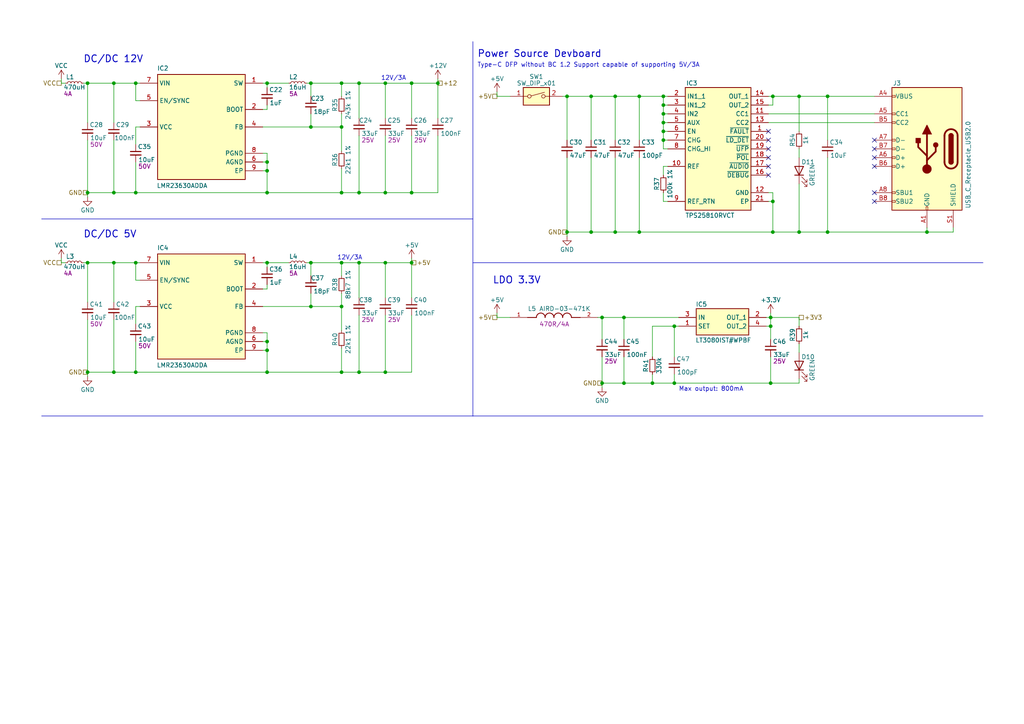
<source format=kicad_sch>
(kicad_sch (version 20230121) (generator eeschema)
  (paper "A4")
  (title_block (title "Converters") (date "2024-01-18") (rev "v0.1"))
  (lib_symbols
    (symbol "+5V_1" (power) (pin_names (offset 0))
      (property "Value" "+5V_1" (at 0 3.556 0))
      (symbol "+5V_1_0_1"
        (polyline (pts (xy -0.762 1.27) (xy 0 2.54)))
        (polyline (pts (xy 0 0) (xy 0 2.54)))
        (polyline (pts (xy 0 2.54) (xy 0.762 1.27)))
      )
      (symbol "+5V_1_1_1"
        (pin power_in line (at 0 0 90) (length 0) hide (name "+5V") (number "1"))
      )
    )
    (symbol "AIRD-03-471K:AIRD-03-471K" (pin_names (offset 1.016))
      (property "Reference" "L" (at -10.16 7.62 0))
      (property "Value" "AIRD-03-471K" (at -10.16 5.08 0))
      (symbol "AIRD-03-471K_0_0"
        (arc (start -2.54 0) (mid -3.81 1.2645) (end -5.08 0) (stroke (width 0.254)))
        (arc (start 0 0) (mid -1.27 1.2645) (end -2.54 0) (stroke (width 0.254)))
        (polyline (pts (xy -5.08 0) (xy -7.62 0)) (stroke (width 0.254)))
        (polyline (pts (xy 5.08 0) (xy 7.62 0)) (stroke (width 0.254)))
        (arc (start 2.54 0) (mid 1.27 1.2645) (end 0 0) (stroke (width 0.254)))
        (arc (start 5.08 0) (mid 3.81 1.2645) (end 2.54 0) (stroke (width 0.254)))
        (pin passive line (at -12.7 0 0) (length 5.08) (name "~") (number "1"))
        (pin passive line (at 12.7 0 180) (length 5.08) (name "~") (number "2"))
      )
    )
    (symbol "Connector:USB_C_Receptacle_USB2.0" (pin_names (offset 1.016))
      (property "Reference" "J" (at -10.16 19.05 0))
      (property "Value" "USB_C_Receptacle_USB2.0" (at 19.05 19.05 0))
      (symbol "USB_C_Receptacle_USB2.0_0_0"
        (rectangle (start -0.254 -17.78) (end 0.254 -16.764))
        (rectangle (start 10.16 -14.986) (end 9.144 -15.494))
        (rectangle (start 10.16 -12.446) (end 9.144 -12.954))
        (rectangle (start 10.16 -4.826) (end 9.144 -5.334))
        (rectangle (start 10.16 -2.286) (end 9.144 -2.794))
        (rectangle (start 10.16 0.254) (end 9.144 -0.254))
        (rectangle (start 10.16 2.794) (end 9.144 2.286))
        (rectangle (start 10.16 7.874) (end 9.144 7.366))
        (rectangle (start 10.16 10.414) (end 9.144 9.906))
        (rectangle (start 10.16 15.494) (end 9.144 14.986))
      )
      (symbol "USB_C_Receptacle_USB2.0_0_1"
        (rectangle (start -10.16 17.78) (end 10.16 -17.78) (stroke (width 0.254)) (fill (type background)))
        (arc (start -8.89 -3.81) (mid -6.985 -5.7067) (end -5.08 -3.81) (stroke (width 0.508)))
        (arc (start -7.62 -3.81) (mid -6.985 -4.4423) (end -6.35 -3.81) (stroke (width 0.254)))
        (arc (start -7.62 -3.81) (mid -6.985 -4.4423) (end -6.35 -3.81) (stroke (width 0.254)) (fill (type outline)))
        (rectangle (start -7.62 -3.81) (end -6.35 3.81) (stroke (width 0.254)) (fill (type outline)))
        (arc (start -6.35 3.81) (mid -6.985 4.4423) (end -7.62 3.81) (stroke (width 0.254)))
        (arc (start -6.35 3.81) (mid -6.985 4.4423) (end -7.62 3.81) (stroke (width 0.254)) (fill (type outline)))
        (arc (start -5.08 3.81) (mid -6.985 5.7067) (end -8.89 3.81) (stroke (width 0.508)))
        (circle (center -2.54 1.143) (radius 0.635) (stroke (width 0.254)) (fill (type outline)))
        (circle (center 0 -5.842) (radius 1.27) (fill (type outline)))
        (polyline (pts (xy -8.89 -3.81) (xy -8.89 3.81)) (stroke (width 0.508)))
        (polyline (pts (xy -5.08 3.81) (xy -5.08 -3.81)) (stroke (width 0.508)))
        (polyline (pts (xy 0 -5.842) (xy 0 4.318)) (stroke (width 0.508)))
        (polyline (pts (xy 0 -3.302) (xy -2.54 -0.762) (xy -2.54 0.508)) (stroke (width 0.508)))
        (polyline (pts (xy 0 -2.032) (xy 2.54 0.508) (xy 2.54 1.778)) (stroke (width 0.508)))
        (polyline (pts (xy -1.27 4.318) (xy 0 6.858) (xy 1.27 4.318) (xy -1.27 4.318)) (stroke (width 0.254)) (fill (type outline)))
        (rectangle (start 1.905 1.778) (end 3.175 3.048) (stroke (width 0.254)) (fill (type outline)))
      )
      (symbol "USB_C_Receptacle_USB2.0_1_1"
        (pin passive line (at 0 -22.86 90) (length 5.08) (name "GND") (number "A1"))
        (pin passive line (at 0 -22.86 90) (length 5.08) hide (name "GND") (number "A12"))
        (pin passive line (at 15.24 15.24 180) (length 5.08) (name "VBUS") (number "A4"))
        (pin bidirectional line (at 15.24 10.16 180) (length 5.08) (name "CC1") (number "A5"))
        (pin bidirectional line (at 15.24 -2.54 180) (length 5.08) (name "D+") (number "A6"))
        (pin bidirectional line (at 15.24 2.54 180) (length 5.08) (name "D-") (number "A7"))
        (pin bidirectional line (at 15.24 -12.7 180) (length 5.08) (name "SBU1") (number "A8"))
        (pin passive line (at 15.24 15.24 180) (length 5.08) hide (name "VBUS") (number "A9"))
        (pin passive line (at 0 -22.86 90) (length 5.08) hide (name "GND") (number "B1"))
        (pin passive line (at 0 -22.86 90) (length 5.08) hide (name "GND") (number "B12"))
        (pin passive line (at 15.24 15.24 180) (length 5.08) hide (name "VBUS") (number "B4"))
        (pin bidirectional line (at 15.24 7.62 180) (length 5.08) (name "CC2") (number "B5"))
        (pin bidirectional line (at 15.24 -5.08 180) (length 5.08) (name "D+") (number "B6"))
        (pin bidirectional line (at 15.24 0 180) (length 5.08) (name "D-") (number "B7"))
        (pin bidirectional line (at 15.24 -15.24 180) (length 5.08) (name "SBU2") (number "B8"))
        (pin passive line (at 15.24 15.24 180) (length 5.08) hide (name "VBUS") (number "B9"))
        (pin passive line (at -7.62 -22.86 90) (length 5.08) (name "SHIELD") (number "S1"))
      )
    )
    (symbol "Device:C_Small" (pin_numbers hide) (pin_names (offset 0.254) hide)
      (property "Reference" "C" (at 0.254 1.778 0))
      (property "Value" "C_Small" (at 0.254 -2.032 0))
      (symbol "C_Small_0_1"
        (polyline (pts (xy -1.524 -0.508) (xy 1.524 -0.508)) (stroke (width 0.3302)))
        (polyline (pts (xy -1.524 0.508) (xy 1.524 0.508)) (stroke (width 0.3048)))
      )
      (symbol "C_Small_1_1"
        (pin passive line (at 0 2.54 270) (length 2.032) (name "~") (number "1"))
        (pin passive line (at 0 -2.54 90) (length 2.032) (name "~") (number "2"))
      )
    )
    (symbol "Device:LED" (pin_numbers hide) (pin_names (offset 1.016) hide)
      (property "Reference" "D" (at 0 2.54 0))
      (property "Value" "LED" (at 0 -2.54 0))
      (symbol "LED_0_1"
        (polyline (pts (xy -1.27 -1.27) (xy -1.27 1.27)) (stroke (width 0.254)))
        (polyline (pts (xy -1.27 0) (xy 1.27 0)))
        (polyline (pts (xy 1.27 -1.27) (xy 1.27 1.27) (xy -1.27 0) (xy 1.27 -1.27)) (stroke (width 0.254)))
        (polyline (pts (xy -3.048 -0.762) (xy -4.572 -2.286) (xy -3.81 -2.286) (xy -4.572 -2.286) (xy -4.572 -1.524)))
        (polyline (pts (xy -1.778 -0.762) (xy -3.302 -2.286) (xy -2.54 -2.286) (xy -3.302 -2.286) (xy -3.302 -1.524)))
      )
      (symbol "LED_1_1"
        (pin passive line (at -3.81 0 0) (length 2.54) (name "K") (number "1"))
        (pin passive line (at 3.81 0 180) (length 2.54) (name "A") (number "2"))
      )
    )
    (symbol "Device:L_Small" (pin_numbers hide) (pin_names (offset 0.254) hide)
      (property "Reference" "L" (at 0.762 1.016 0))
      (property "Value" "L_Small" (at 0.762 -1.016 0))
      (symbol "L_Small_0_1"
        (arc (start 0 -2.032) (mid 0.5058 -1.524) (end 0 -1.016))
        (arc (start 0 -1.016) (mid 0.5058 -0.508) (end 0 0))
        (arc (start 0 0) (mid 0.5058 0.508) (end 0 1.016))
        (arc (start 0 1.016) (mid 0.5058 1.524) (end 0 2.032))
      )
      (symbol "L_Small_1_1"
        (pin passive line (at 0 2.54 270) (length 0.508) (name "~") (number "1"))
        (pin passive line (at 0 -2.54 90) (length 0.508) (name "~") (number "2"))
      )
    )
    (symbol "Device:R_Small" (pin_numbers hide) (pin_names (offset 0.254) hide)
      (property "Reference" "R" (at 0.762 0.508 0))
      (property "Value" "R_Small" (at 0.762 -1.016 0))
      (symbol "R_Small_0_1"
        (rectangle (start -0.762 1.778) (end 0.762 -1.778) (stroke (width 0.2032)))
      )
      (symbol "R_Small_1_1"
        (pin passive line (at 0 2.54 270) (length 0.762) (name "~") (number "1"))
        (pin passive line (at 0 -2.54 90) (length 0.762) (name "~") (number "2"))
      )
    )
    (symbol "LMR23630ADDA:LMR23630ADDA"
      (property "Reference" "?" (at 17.78 12.446 0))
      (property "Value" "LMR23630ADDA" (at 17.78 9.906 0))
      (property "Reference_1" "IC" (at 17.78 7.366 0))
      (property "Value_1" "LMR23630ADDA" (at 17.78 4.826 0))
      (symbol "LMR23630ADDA_1_1"
        (rectangle (start 5.08 2.54) (end 30.48 -27.94) (stroke (width 0.254)) (fill (type background)))
        (pin passive line (at 35.56 0 180) (length 5.08) (name "SW") (number "1"))
        (pin passive line (at 35.56 -7.62 180) (length 5.08) (name "BOOT") (number "2"))
        (pin passive line (at 0 -12.7 0) (length 5.08) (name "VCC") (number "3"))
        (pin passive line (at 35.56 -12.7 180) (length 5.08) (name "FB") (number "4"))
        (pin passive line (at 0 -5.08 0) (length 5.08) (name "EN/SYNC") (number "5"))
        (pin passive line (at 35.56 -22.86 180) (length 5.08) (name "AGND") (number "6"))
        (pin passive line (at 0 0 0) (length 5.08) (name "VIN") (number "7"))
        (pin passive line (at 35.56 -20.32 180) (length 5.08) (name "PGND") (number "8"))
        (pin passive line (at 35.56 -25.4 180) (length 5.08) (name "EP") (number "9"))
      )
    )
    (symbol "LT3080IST#WPBF:LT3080IST#WPBF"
      (property "Reference" "?" (at 12.7 12.954 0))
      (property "Value" "LT3080IST#WPBF" (at 12.7 10.414 0))
      (property "Reference_1" "IC" (at 12.7 7.62 0))
      (property "Value_1" "LT3080IST#WPBF" (at 12.7 5.334 0))
      (symbol "LT3080IST#WPBF_1_1"
        (rectangle (start 5.08 2.54) (end 20.32 -5.08) (stroke (width 0.254)) (fill (type background)))
        (pin passive line (at 0 -2.54 0) (length 5.08) (name "SET") (number "1"))
        (pin passive line (at 25.4 0 180) (length 5.08) (name "OUT_1") (number "2"))
        (pin passive line (at 0 0 0) (length 5.08) (name "IN") (number "3"))
        (pin passive line (at 25.4 -2.54 180) (length 5.08) (name "OUT_2") (number "4"))
      )
    )
    (symbol "Switch:SW_DIP_x01" (pin_names (offset 0) hide)
      (property "Reference" "SW" (at 0 3.81 0))
      (property "Value" "SW_DIP_x01" (at 0 -3.81 0))
      (symbol "SW_DIP_x01_0_0"
        (circle (center -2.032 0) (radius 0.508))
        (polyline (pts (xy -1.524 0.127) (xy 2.3622 1.1684)))
        (circle (center 2.032 0) (radius 0.508))
      )
      (symbol "SW_DIP_x01_0_1"
        (rectangle (start -3.81 2.54) (end 3.81 -2.54) (stroke (width 0.254)) (fill (type background)))
      )
      (symbol "SW_DIP_x01_1_1"
        (pin passive line (at -7.62 0 0) (length 5.08) (name "~") (number "1"))
        (pin passive line (at 7.62 0 180) (length 5.08) (name "~") (number "2"))
      )
    )
    (symbol "TPS25810RVCT:TPS25810RVCT"
      (property "Reference" "IC?" (at 0.254 1.27 0))
      (property "Value" "TPS25810RVCT" (at 0 -37.084 0))
      (symbol "TPS25810RVCT_1_1"
        (rectangle (start 0 0) (end 19.05 -35.56) (stroke (width 0.254)) (fill (type background)))
        (pin passive line (at 24.13 -12.7 180) (length 5.08) (name "~{FAULT}") (number "1"))
        (pin passive line (at -5.08 -22.86 0) (length 5.08) (name "REF") (number "10"))
        (pin passive line (at 24.13 -7.62 180) (length 5.08) (name "CC1") (number "11"))
        (pin passive line (at 24.13 -30.48 180) (length 5.08) (name "GND") (number "12"))
        (pin passive line (at 24.13 -10.16 180) (length 5.08) (name "CC2") (number "13"))
        (pin passive line (at 24.13 -2.54 180) (length 5.08) (name "OUT_1") (number "14"))
        (pin passive line (at 24.13 -5.08 180) (length 5.08) (name "OUT_2") (number "15"))
        (pin passive line (at 24.13 -25.4 180) (length 5.08) (name "~{DEBUG}") (number "16"))
        (pin passive line (at 24.13 -22.86 180) (length 5.08) (name "~{AUDIO}") (number "17"))
        (pin passive line (at 24.13 -20.32 180) (length 5.08) (name "~{POL}") (number "18"))
        (pin passive line (at 24.13 -17.78 180) (length 5.08) (name "~{UFP}") (number "19"))
        (pin passive line (at -5.08 -2.54 0) (length 5.08) (name "IN1_1") (number "2"))
        (pin passive line (at 24.13 -15.24 180) (length 5.08) (name "~{LD_DET}") (number "20"))
        (pin passive line (at 24.13 -33.02 180) (length 5.08) (name "EP") (number "21"))
        (pin passive line (at -5.08 -5.08 0) (length 5.08) (name "IN1_2") (number "3"))
        (pin passive line (at -5.08 -7.62 0) (length 5.08) (name "IN2") (number "4"))
        (pin passive line (at -5.08 -10.16 0) (length 5.08) (name "AUX") (number "5"))
        (pin passive line (at -5.08 -12.7 0) (length 5.08) (name "EN") (number "6"))
        (pin passive line (at -5.08 -15.24 0) (length 5.08) (name "CHG") (number "7"))
        (pin passive line (at -5.08 -17.78 0) (length 5.08) (name "CHG_HI") (number "8"))
        (pin passive line (at -5.08 -33.02 0) (length 5.08) (name "REF_RTN") (number "9"))
      )
    )
    (symbol "power:+12V" (power) (pin_names (offset 0))
      (property "Value" "+12V" (at 0 3.556 0))
      (symbol "+12V_0_1"
        (polyline (pts (xy -0.762 1.27) (xy 0 2.54)))
        (polyline (pts (xy 0 0) (xy 0 2.54)))
        (polyline (pts (xy 0 2.54) (xy 0.762 1.27)))
      )
      (symbol "+12V_1_1"
        (pin power_in line (at 0 0 90) (length 0) hide (name "+12V") (number "1"))
      )
    )
    (symbol "power:+3.3V" (power) (pin_names (offset 0))
      (property "Value" "+3.3V" (at 0 3.556 0))
      (symbol "+3.3V_0_1"
        (polyline (pts (xy -0.762 1.27) (xy 0 2.54)))
        (polyline (pts (xy 0 0) (xy 0 2.54)))
        (polyline (pts (xy 0 2.54) (xy 0.762 1.27)))
      )
      (symbol "+3.3V_1_1"
        (pin power_in line (at 0 0 90) (length 0) hide (name "+3.3V") (number "1"))
      )
    )
    (symbol "power:GND" (power) (pin_names (offset 0))
      (property "Value" "GND" (at 0 -3.81 0))
      (symbol "GND_0_1"
        (polyline (pts (xy 0 0) (xy 0 -1.27) (xy 1.27 -1.27) (xy 0 -2.54) (xy -1.27 -1.27) (xy 0 -1.27)))
      )
      (symbol "GND_1_1"
        (pin power_in line (at 0 0 270) (length 0) hide (name "GND") (number "1"))
      )
    )
    (symbol "power:VCC" (power) (pin_names (offset 0))
      (property "Value" "VCC" (at 0 3.81 0))
      (symbol "VCC_0_1"
        (polyline (pts (xy -0.762 1.27) (xy 0 2.54)))
        (polyline (pts (xy 0 0) (xy 0 2.54)))
        (polyline (pts (xy 0 2.54) (xy 0.762 1.27)))
      )
      (symbol "VCC_1_1"
        (pin power_in line (at 0 0 90) (length 0) hide (name "VCC") (number "1"))
      )
    )
  )
  (junction (at 77.47 24.13))
  (junction (at 223.52 92.075))
  (junction (at 223.52 94.615))
  (junction (at 33.02 55.88))
  (junction (at 77.47 46.99))
  (junction (at 192.405 27.94))
  (junction (at 77.47 49.53))
  (junction (at 164.465 67.31))
  (junction (at 39.37 76.2))
  (junction (at 185.42 67.31))
  (junction (at 171.45 27.94))
  (junction (at 178.435 67.31))
  (junction (at 189.23 111.125))
  (junction (at 231.775 27.94))
  (junction (at 99.06 24.13))
  (junction (at 25.4 55.88))
  (junction (at 268.859 67.31))
  (junction (at 111.76 55.88))
  (junction (at 39.37 55.88))
  (junction (at 178.435 27.94))
  (junction (at 25.4 24.13))
  (junction (at 77.47 107.95))
  (junction (at 99.06 76.2))
  (junction (at 224.155 27.94))
  (junction (at 77.47 55.88))
  (junction (at 119.38 76.2))
  (junction (at 25.4 76.2))
  (junction (at 185.42 27.94))
  (junction (at 180.975 92.075))
  (junction (at 77.47 101.6))
  (junction (at 180.975 111.125))
  (junction (at 99.06 55.88))
  (junction (at 111.76 76.2))
  (junction (at 39.37 24.13))
  (junction (at 192.405 33.02))
  (junction (at 192.405 40.64))
  (junction (at 77.47 76.2))
  (junction (at 33.02 24.13))
  (junction (at 164.465 27.94))
  (junction (at 224.155 67.31))
  (junction (at 240.03 67.31))
  (junction (at 224.155 58.42))
  (junction (at 240.03 27.94))
  (junction (at 90.17 24.13))
  (junction (at 119.38 55.88))
  (junction (at 195.58 111.125))
  (junction (at 119.38 24.13))
  (junction (at 77.47 99.06))
  (junction (at 111.76 24.13))
  (junction (at 90.17 36.83))
  (junction (at 99.06 107.95))
  (junction (at 99.06 88.9))
  (junction (at 104.14 24.13))
  (junction (at 195.58 94.615))
  (junction (at 192.405 30.48))
  (junction (at 39.37 107.95))
  (junction (at 104.14 107.95))
  (junction (at 127 24.13))
  (junction (at 90.17 88.9))
  (junction (at 33.02 107.95))
  (junction (at 104.14 76.2))
  (junction (at 223.52 111.125))
  (junction (at 174.625 92.075))
  (junction (at 174.625 111.125))
  (junction (at 192.405 35.56))
  (junction (at 99.06 36.83))
  (junction (at 104.14 55.88))
  (junction (at 33.02 76.2))
  (junction (at 111.76 107.95))
  (junction (at 90.17 76.2))
  (junction (at 231.775 67.31))
  (junction (at 192.405 38.1))
  (junction (at 171.45 67.31))
  (junction (at 25.4 107.95))
  (no_connect (at 253.619 55.88))
  (no_connect (at 253.619 45.72))
  (no_connect (at 253.619 58.42))
  (no_connect (at 253.619 43.18))
  (no_connect (at 222.885 48.26))
  (no_connect (at 222.885 38.1))
  (no_connect (at 222.885 40.64))
  (no_connect (at 253.619 48.26))
  (no_connect (at 222.885 43.18))
  (no_connect (at 222.885 50.8))
  (no_connect (at 222.885 45.72))
  (no_connect (at 253.619 40.64))
  (wire (pts (xy 88.9 24.13) (xy 90.17 24.13)))
  (wire (pts (xy 76.2 99.06) (xy 77.47 99.06)))
  (wire (pts (xy 178.435 27.94) (xy 185.42 27.94)))
  (wire (pts (xy 90.17 85.09) (xy 90.17 88.9)))
  (wire (pts (xy 192.405 38.1) (xy 192.405 40.64)))
  (polyline (pts (xy 12.065 120.65) (xy 137.16 120.65)))
  (wire (pts (xy 192.405 30.48) (xy 193.675 30.48)))
  (wire (pts (xy 111.76 91.44) (xy 111.76 107.95)))
  (wire (pts (xy 25.4 55.88) (xy 25.4 57.15)))
  (wire (pts (xy 25.4 76.2) (xy 25.4 87.63)))
  (wire (pts (xy 222.885 30.48) (xy 224.155 30.48)))
  (wire (pts (xy 119.38 24.13) (xy 119.38 34.29)))
  (wire (pts (xy 223.52 103.505) (xy 223.52 111.125)))
  (wire (pts (xy 231.775 92.075) (xy 231.775 94.615)))
  (wire (pts (xy 144.145 27.94) (xy 147.955 27.94)))
  (wire (pts (xy 144.145 26.67) (xy 144.145 27.94)))
  (wire (pts (xy 77.47 46.99) (xy 77.47 49.53)))
  (wire (pts (xy 222.885 33.02) (xy 253.619 33.02)))
  (wire (pts (xy 39.37 29.21) (xy 40.64 29.21)))
  (wire (pts (xy 99.06 48.895) (xy 99.06 55.88)))
  (wire (pts (xy 119.38 86.36) (xy 119.38 76.2)))
  (wire (pts (xy 223.52 90.805) (xy 223.52 92.075)))
  (wire (pts (xy 39.37 46.99) (xy 39.37 55.88)))
  (wire (pts (xy 174.625 92.075) (xy 174.625 98.425)))
  (wire (pts (xy 111.76 76.2) (xy 111.76 86.36)))
  (wire (pts (xy 104.14 76.2) (xy 99.06 76.2)))
  (wire (pts (xy 17.78 74.93) (xy 17.78 76.2)))
  (wire (pts (xy 185.42 27.94) (xy 192.405 27.94)))
  (wire (pts (xy 33.02 107.95) (xy 39.37 107.95)))
  (wire (pts (xy 90.17 36.83) (xy 99.06 36.83)))
  (wire (pts (xy 76.2 83.82) (xy 77.47 83.82)))
  (wire (pts (xy 192.405 58.42) (xy 193.675 58.42)))
  (wire (pts (xy 88.9 76.2) (xy 90.17 76.2)))
  (wire (pts (xy 171.45 45.72) (xy 171.45 67.31)))
  (wire (pts (xy 39.37 76.2) (xy 33.02 76.2)))
  (wire (pts (xy 195.58 108.585) (xy 195.58 111.125)))
  (wire (pts (xy 104.14 55.88) (xy 99.06 55.88)))
  (wire (pts (xy 127 24.13) (xy 119.38 24.13)))
  (wire (pts (xy 76.2 46.99) (xy 77.47 46.99)))
  (wire (pts (xy 104.14 76.2) (xy 104.14 86.36)))
  (wire (pts (xy 223.52 94.615) (xy 223.52 98.425)))
  (wire (pts (xy 192.405 40.64) (xy 192.405 43.18)))
  (wire (pts (xy 231.775 53.34) (xy 231.775 67.31)))
  (wire (pts (xy 192.405 38.1) (xy 193.675 38.1)))
  (wire (pts (xy 222.885 35.56) (xy 253.619 35.56)))
  (wire (pts (xy 222.885 55.88) (xy 224.155 55.88)))
  (wire (pts (xy 17.78 22.86) (xy 17.78 24.13)))
  (wire (pts (xy 192.405 30.48) (xy 192.405 33.02)))
  (wire (pts (xy 111.76 76.2) (xy 104.14 76.2)))
  (wire (pts (xy 25.4 107.95) (xy 25.4 109.22)))
  (wire (pts (xy 39.37 36.83) (xy 39.37 41.91)))
  (wire (pts (xy 192.405 35.56) (xy 193.675 35.56)))
  (wire (pts (xy 111.76 107.95) (xy 119.38 107.95)))
  (wire (pts (xy 77.47 76.2) (xy 83.82 76.2)))
  (wire (pts (xy 111.76 76.2) (xy 119.38 76.2)))
  (wire (pts (xy 127 34.29) (xy 127 24.13)))
  (wire (pts (xy 39.37 55.88) (xy 77.47 55.88)))
  (wire (pts (xy 231.775 27.94) (xy 240.03 27.94)))
  (wire (pts (xy 39.37 88.9) (xy 40.64 88.9)))
  (wire (pts (xy 90.17 88.9) (xy 99.06 88.9)))
  (wire (pts (xy 90.17 24.13) (xy 99.06 24.13)))
  (wire (pts (xy 99.06 24.13) (xy 99.06 27.94)))
  (wire (pts (xy 39.37 88.9) (xy 39.37 93.98)))
  (wire (pts (xy 25.4 76.2) (xy 33.02 76.2)))
  (wire (pts (xy 192.405 33.02) (xy 192.405 35.56)))
  (wire (pts (xy 111.76 107.95) (xy 104.14 107.95)))
  (wire (pts (xy 77.47 24.13) (xy 77.47 25.4)))
  (wire (pts (xy 240.03 27.94) (xy 240.03 40.64)))
  (wire (pts (xy 222.25 94.615) (xy 223.52 94.615)))
  (wire (pts (xy 144.145 92.075) (xy 147.955 92.075)))
  (wire (pts (xy 24.13 76.2) (xy 25.4 76.2)))
  (wire (pts (xy 231.775 109.855) (xy 231.775 111.125)))
  (wire (pts (xy 192.405 35.56) (xy 192.405 38.1)))
  (wire (pts (xy 77.47 55.88) (xy 99.06 55.88)))
  (wire (pts (xy 99.06 33.02) (xy 99.06 36.83)))
  (wire (pts (xy 192.405 27.94) (xy 193.675 27.94)))
  (wire (pts (xy 76.2 88.9) (xy 90.17 88.9)))
  (wire (pts (xy 39.37 36.83) (xy 40.64 36.83)))
  (wire (pts (xy 224.155 27.94) (xy 231.775 27.94)))
  (wire (pts (xy 127 39.37) (xy 127 55.88)))
  (wire (pts (xy 77.47 76.2) (xy 77.47 77.47)))
  (wire (pts (xy 192.405 55.88) (xy 192.405 58.42)))
  (wire (pts (xy 192.405 40.64) (xy 193.675 40.64)))
  (wire (pts (xy 222.25 92.075) (xy 223.52 92.075)))
  (wire (pts (xy 189.23 111.125) (xy 180.975 111.125)))
  (wire (pts (xy 231.775 27.94) (xy 231.775 38.1)))
  (wire (pts (xy 178.435 27.94) (xy 178.435 40.64)))
  (wire (pts (xy 39.37 24.13) (xy 40.64 24.13)))
  (wire (pts (xy 90.17 24.13) (xy 90.17 27.94)))
  (wire (pts (xy 17.78 76.2) (xy 19.05 76.2)))
  (wire (pts (xy 76.2 44.45) (xy 77.47 44.45)))
  (wire (pts (xy 39.37 76.2) (xy 40.64 76.2)))
  (wire (pts (xy 192.405 43.18) (xy 193.675 43.18)))
  (wire (pts (xy 224.155 67.31) (xy 231.775 67.31)))
  (wire (pts (xy 104.14 24.13) (xy 99.06 24.13)))
  (wire (pts (xy 33.02 92.71) (xy 33.02 107.95)))
  (wire (pts (xy 192.405 27.94) (xy 192.405 30.48)))
  (wire (pts (xy 195.58 111.125) (xy 189.23 111.125)))
  (wire (pts (xy 231.775 111.125) (xy 223.52 111.125)))
  (wire (pts (xy 77.47 96.52) (xy 77.47 99.06)))
  (wire (pts (xy 99.06 88.9) (xy 99.06 95.885)))
  (wire (pts (xy 111.76 55.88) (xy 104.14 55.88)))
  (wire (pts (xy 33.02 24.13) (xy 33.02 35.56)))
  (wire (pts (xy 224.155 27.94) (xy 224.155 30.48)))
  (polyline (pts (xy 137.16 120.65) (xy 285.115 120.65)))
  (wire (pts (xy 33.02 55.88) (xy 39.37 55.88)))
  (wire (pts (xy 77.47 44.45) (xy 77.47 46.99)))
  (wire (pts (xy 39.37 107.95) (xy 77.47 107.95)))
  (wire (pts (xy 163.195 27.94) (xy 164.465 27.94)))
  (wire (pts (xy 231.775 99.695) (xy 231.775 102.235)))
  (wire (pts (xy 17.78 24.13) (xy 19.05 24.13)))
  (wire (pts (xy 111.76 24.13) (xy 104.14 24.13)))
  (wire (pts (xy 223.52 111.125) (xy 195.58 111.125)))
  (wire (pts (xy 240.03 45.72) (xy 240.03 67.31)))
  (polyline (pts (xy 137.16 76.2) (xy 285.115 76.2)))
  (wire (pts (xy 231.775 67.31) (xy 240.03 67.31)))
  (wire (pts (xy 39.37 81.28) (xy 39.37 76.2)))
  (wire (pts (xy 77.47 82.55) (xy 77.47 83.82)))
  (wire (pts (xy 240.03 27.94) (xy 253.619 27.94)))
  (wire (pts (xy 185.42 67.31) (xy 224.155 67.31)))
  (wire (pts (xy 99.06 100.965) (xy 99.06 107.95)))
  (wire (pts (xy 174.625 111.125) (xy 174.625 112.395)))
  (wire (pts (xy 99.06 36.83) (xy 99.06 43.815)))
  (wire (pts (xy 111.76 24.13) (xy 111.76 34.29)))
  (wire (pts (xy 195.58 94.615) (xy 195.58 103.505)))
  (wire (pts (xy 119.38 24.13) (xy 111.76 24.13)))
  (wire (pts (xy 99.06 76.2) (xy 99.06 80.01)))
  (wire (pts (xy 180.975 92.075) (xy 180.975 98.425)))
  (wire (pts (xy 77.47 101.6) (xy 77.47 107.95)))
  (wire (pts (xy 196.85 94.615) (xy 195.58 94.615)))
  (wire (pts (xy 104.14 107.95) (xy 99.06 107.95)))
  (wire (pts (xy 76.2 24.13) (xy 77.47 24.13)))
  (wire (pts (xy 90.17 76.2) (xy 90.17 80.01)))
  (wire (pts (xy 223.52 92.075) (xy 223.52 94.615)))
  (wire (pts (xy 119.38 39.37) (xy 119.38 55.88)))
  (wire (pts (xy 119.38 74.93) (xy 119.38 76.2)))
  (wire (pts (xy 119.38 55.88) (xy 111.76 55.88)))
  (wire (pts (xy 164.465 45.72) (xy 164.465 67.31)))
  (wire (pts (xy 33.02 40.64) (xy 33.02 55.88)))
  (wire (pts (xy 185.42 45.72) (xy 185.42 67.31)))
  (wire (pts (xy 104.14 91.44) (xy 104.14 107.95)))
  (wire (pts (xy 77.47 24.13) (xy 83.82 24.13)))
  (wire (pts (xy 104.14 24.13) (xy 104.14 34.29)))
  (wire (pts (xy 25.4 24.13) (xy 25.4 35.56)))
  (wire (pts (xy 76.2 49.53) (xy 77.47 49.53)))
  (wire (pts (xy 171.45 27.94) (xy 178.435 27.94)))
  (wire (pts (xy 268.859 66.04) (xy 268.859 67.31)))
  (wire (pts (xy 231.775 92.075) (xy 223.52 92.075)))
  (wire (pts (xy 224.155 55.88) (xy 224.155 58.42)))
  (wire (pts (xy 127 55.88) (xy 119.38 55.88)))
  (wire (pts (xy 76.2 31.75) (xy 77.47 31.75)))
  (wire (pts (xy 25.4 55.88) (xy 33.02 55.88)))
  (wire (pts (xy 76.2 76.2) (xy 77.47 76.2)))
  (wire (pts (xy 268.859 67.31) (xy 276.479 67.31)))
  (wire (pts (xy 164.465 27.94) (xy 164.465 40.64)))
  (wire (pts (xy 180.975 92.075) (xy 174.625 92.075)))
  (wire (pts (xy 180.975 111.125) (xy 174.625 111.125)))
  (wire (pts (xy 99.06 85.09) (xy 99.06 88.9)))
  (wire (pts (xy 171.45 27.94) (xy 171.45 40.64)))
  (wire (pts (xy 164.465 27.94) (xy 171.45 27.94)))
  (wire (pts (xy 174.625 103.505) (xy 174.625 111.125)))
  (polyline (pts (xy 12.065 63.5) (xy 137.16 63.5)))
  (wire (pts (xy 76.2 36.83) (xy 90.17 36.83)))
  (wire (pts (xy 119.38 91.44) (xy 119.38 107.95)))
  (wire (pts (xy 25.4 107.95) (xy 33.02 107.95)))
  (wire (pts (xy 222.885 58.42) (xy 224.155 58.42)))
  (wire (pts (xy 276.479 66.04) (xy 276.479 67.31)))
  (wire (pts (xy 231.775 43.18) (xy 231.775 45.72)))
  (wire (pts (xy 180.975 103.505) (xy 180.975 111.125)))
  (wire (pts (xy 76.2 101.6) (xy 77.47 101.6)))
  (wire (pts (xy 90.17 76.2) (xy 99.06 76.2)))
  (wire (pts (xy 25.4 24.13) (xy 33.02 24.13)))
  (wire (pts (xy 77.47 30.48) (xy 77.47 31.75)))
  (wire (pts (xy 39.37 99.06) (xy 39.37 107.95)))
  (wire (pts (xy 90.17 33.02) (xy 90.17 36.83)))
  (wire (pts (xy 111.76 39.37) (xy 111.76 55.88)))
  (wire (pts (xy 178.435 67.31) (xy 185.42 67.31)))
  (wire (pts (xy 164.465 68.58) (xy 164.465 67.31)))
  (wire (pts (xy 39.37 81.28) (xy 40.64 81.28)))
  (wire (pts (xy 164.465 67.31) (xy 171.45 67.31)))
  (wire (pts (xy 185.42 27.94) (xy 185.42 40.64)))
  (wire (pts (xy 76.2 96.52) (xy 77.47 96.52)))
  (wire (pts (xy 77.47 99.06) (xy 77.47 101.6)))
  (wire (pts (xy 39.37 29.21) (xy 39.37 24.13)))
  (wire (pts (xy 178.435 45.72) (xy 178.435 67.31)))
  (wire (pts (xy 171.45 67.31) (xy 178.435 67.31)))
  (wire (pts (xy 192.405 33.02) (xy 193.675 33.02)))
  (wire (pts (xy 104.14 39.37) (xy 104.14 55.88)))
  (wire (pts (xy 144.145 90.805) (xy 144.145 92.075)))
  (wire (pts (xy 189.23 94.615) (xy 189.23 103.505)))
  (wire (pts (xy 240.03 67.31) (xy 268.859 67.31)))
  (wire (pts (xy 189.23 94.615) (xy 195.58 94.615)))
  (wire (pts (xy 180.975 92.075) (xy 196.85 92.075)))
  (wire (pts (xy 127 22.86) (xy 127 24.13)))
  (wire (pts (xy 77.47 107.95) (xy 99.06 107.95)))
  (wire (pts (xy 192.405 48.26) (xy 193.675 48.26)))
  (wire (pts (xy 25.4 40.64) (xy 25.4 55.88)))
  (wire (pts (xy 189.23 108.585) (xy 189.23 111.125)))
  (wire (pts (xy 222.885 27.94) (xy 224.155 27.94)))
  (wire (pts (xy 24.13 24.13) (xy 25.4 24.13)))
  (wire (pts (xy 25.4 92.71) (xy 25.4 107.95)))
  (wire (pts (xy 77.47 49.53) (xy 77.47 55.88)))
  (wire (pts (xy 224.155 58.42) (xy 224.155 67.31)))
  (wire (pts (xy 39.37 24.13) (xy 33.02 24.13)))
  (wire (pts (xy 192.405 48.26) (xy 192.405 50.8)))
  (polyline (pts (xy 137.16 12.065) (xy 137.16 120.65)))
  (wire (pts (xy 173.355 92.075) (xy 174.625 92.075)))
  (wire (pts (xy 33.02 76.2) (xy 33.02 87.63)))
  (text "Max output: 800mA" (at 196.85 113.665 0) (effects (font (size 1.27 1.27)) (justify left bottom)))
  (text "12V/3A" (at 97.79 75.565 0) (effects (font (size 1.27 1.27)) (justify left bottom)))
  (text "DC/DC 12V" (at 24.13 18.415 0) (effects (font (size 2 2) (thickness 0.254) bold) (justify left bottom)))
  (text "12V/3A" (at 110.49 23.495 0) (effects (font (size 1.27 1.27)) (justify left bottom)))
  (text "DC/DC 5V" (at 24.13 69.215 0) (effects (font (size 2 2) (thickness 0.254) bold) (justify left bottom)))
  (text "Type-C DFP without BC 1.2 Support capable of supporting 5V/3A" (at 138.43 19.685 0) (effects (font (size 1.27 1.27)) (justify left bottom)))
  (text "Power Source Devboard" (at 138.43 16.891 0) (effects (font (size 2 2) (thickness 0.254) bold) (justify left bottom)))
  (text "LDO 3.3V\n" (at 142.875 82.55 0) (effects (font (size 2 2) (thickness 0.254) bold) (justify left bottom)))
  (hierarchical_label "+12" (shape passive) (at 127 24.13 0))
  (hierarchical_label "+3V3" (shape passive) (at 231.775 92.075 0))
  (hierarchical_label "GND" (shape passive) (at 174.625 111.125 180))
  (hierarchical_label "GND" (shape passive) (at 164.465 67.31 180))
  (hierarchical_label "+5V" (shape passive) (at 144.145 92.075 180))
  (hierarchical_label "GND" (shape passive) (at 25.4 55.88 180))
  (hierarchical_label "VCC" (shape passive) (at 17.78 76.2 180))
  (hierarchical_label "VCC" (shape passive) (at 17.78 24.13 180))
  (hierarchical_label "+5V" (shape passive) (at 144.145 27.94 180))
  (hierarchical_label "+5V" (shape passive) (at 119.38 76.2 0))
  (hierarchical_label "GND" (shape passive) (at 25.4 107.95 180))
  (symbol (lib_id "Device:C_Small") (at 240.03 43.18 0) (unit 1)
    (property "Reference" "C34" (at 242.57 41.275 0))
    (property "Value" "10uF" (at 243.205 45.085 0))
  )
  (symbol (lib_id "power:+12V") (at 127 22.86 0) (unit 1)
    (property "Reference" "#PWR040" (effects hide))
    (property "Value" "+12V" (at 127 19.05 0))
  )
  (symbol (lib_id "LMR23630ADDA:LMR23630ADDA") (at 40.64 24.13 0) (unit 1)
    (property "Reference" "IC2" (at 47.244 19.812 0))
    (property "Value" "LMR23630ADDA" (at 52.832 53.848 0))
    (property "Reference_1" "IC" (effects hide))
    (property "Value_1" "LMR23630ADDA" (effects hide))
    (property "Footprint_1" "SOIC127P600X170-9N" (effects hide))
    (property "Datasheet_1" "http://www.ti.com/lit/gpn/LMR23630" (effects hide))
    (property "Height" "1.7" (effects hide))
    (property "Mouser Part Number" "595-LMR23630ADDA" (effects hide))
    (property "Mouser Price/Stock" "https://www.mouser.co.uk/ProductDetail/Texas-Instruments/LMR23630ADDA?qs=8%2FmU9qzJpL9oORP%252BF4DNxw%3D%3D" (effects hide))
    (property "Manufacturer_Name" "Texas Instruments" (effects hide))
    (property "Manufacturer_Part_Number" "LMR23630ADDA" (effects hide))
  )
  (symbol (lib_id "Device:C_Small") (at 90.17 30.48 0) (unit 1)
    (property "Reference" "C23" (at 92.075 28.575 0))
    (property "Value" "18pF" (at 93.345 32.385 0))
  )
  (symbol (lib_id "Switch:SW_DIP_x01") (at 155.575 27.94 0) (unit 1)
    (property "Reference" "SW1" (at 155.575 22.225 0))
    (property "Value" "SW_DIP_x01" (at 155.575 24.13 0))
  )
  (symbol (lib_id "Device:R_Small") (at 99.06 82.55 0) (unit 1)
    (property "Reference" "R38" (at 97.155 82.55 90))
    (property "Value" "88k7 1%" (at 100.965 82.55 90))
  )
  (symbol (lib_id "Device:R_Small") (at 231.775 97.155 0) (unit 1)
    (property "Reference" "R39" (at 229.87 97.155 90))
    (property "Value" "1k" (at 233.68 97.155 90))
  )
  (symbol (lib_id "Device:C_Small") (at 77.47 80.01 0) (unit 1)
    (property "Reference" "C36" (at 80.01 78.105 0))
    (property "Value" "1uF" (at 80.01 81.915 0))
  )
  (symbol (lib_id "Device:R_Small") (at 189.23 106.045 0) (unit 1)
    (property "Reference" "R41" (at 187.325 106.045 90))
    (property "Value" "330k" (at 191.135 106.045 90))
  )
  (symbol (lib_id "Device:L_Small") (at 86.36 76.2 90) (unit 1)
    (property "Reference" "L4" (at 85.09 73.66 90) (effects (justify bottom)))
    (property "Value" "16uH" (at 86.36 78.105 90) (effects (justify top)))
    (property "Current" "5A" (at 85.09 80.01 90) (effects (justify top)))
  )
  (symbol (lib_id "TPS25810RVCT:TPS25810RVCT") (at 198.755 25.4 0) (unit 1)
    (property "Reference" "IC3" (at 199.009 24.13 0) (effects (justify left)))
    (property "Value" "TPS25810RVCT" (at 198.755 62.484 0) (effects (justify left)))
    (property "Reference_1" "IC" (effects hide))
    (property "Value_1" "TPS25810RVCT" (effects hide))
    (property "Footprint_1" "QFN50P300X400X80-21N" (effects hide))
    (property "Datasheet_1" "http://www.ti.com/lit/gpn/TPS25810" (effects hide))
    (property "Height" "0.8" (effects hide))
    (property "Mouser Part Number" "595-TPS25810RVCT" (effects hide))
    (property "Mouser Price/Stock" "https://www.mouser.co.uk/ProductDetail/Texas-Instruments/TPS25810RVCT?qs=yajEpaT76uQ6btuqRzT1Ew%3D%3D" (effects hide))
    (property "Manufacturer_Name" "Texas Instruments" (effects hide))
    (property "Manufacturer_Part_Number" "TPS25810RVCT" (effects hide))
  )
  (symbol (lib_id "Device:C_Small") (at 178.435 43.18 0) (unit 1)
    (property "Reference" "C32" (at 180.975 41.275 0))
    (property "Value" "47uF" (at 181.61 45.085 0))
  )
  (symbol (lib_id "Device:C_Small") (at 119.38 88.9 0) (unit 1)
    (property "Reference" "C40" (at 121.92 86.995 0))
    (property "Value" "100nF" (at 123.19 90.805 0))
  )
  (symbol (lib_id "Device:C_Small") (at 77.47 27.94 0) (unit 1)
    (property "Reference" "C22" (at 80.01 26.035 0))
    (property "Value" "1uF" (at 80.01 29.845 0))
  )
  (symbol (lib_id "LT3080IST#WPBF:LT3080IST#WPBF") (at 196.85 92.075 0) (unit 1)
    (property "Reference" "IC5" (at 203.454 88.265 0))
    (property "Value" "LT3080IST#WPBF" (at 209.804 98.679 0))
    (property "Reference_1" "IC" (effects hide))
    (property "Value_1" "LT3080IST#WPBF" (effects hide))
    (property "Footprint_1" "SOT230P700X180-4N" (effects hide))
    (property "Datasheet_1" "https://www.mouser.de/datasheet/2/609/lt3080-1888655.pdf" (effects hide))
    (property "Height" "1.8" (effects hide))
    (property "Mouser Part Number" "584-LT3080IST#WPBF" (effects hide))
    (property "Mouser Price/Stock" "https://www.mouser.co.uk/ProductDetail/Analog-Devices/LT3080ISTWPBF?qs=W%2FMpXkg%252BdQ7vFuMWXDd%2FAg%3D%3D" (effects hide))
    (property "Manufacturer_Name" "Analog Devices" (effects hide))
    (property "Manufacturer_Part_Number" "LT3080IST#WPBF" (effects hide))
  )
  (symbol (lib_id "Device:C_Small") (at 174.625 100.965 0) (unit 1)
    (property "Reference" "C44" (at 177.165 99.06 0))
    (property "Value" "33uF" (at 177.8 102.87 0))
    (property "Voltage" "25V" (at 177.165 104.775 0))
  )
  (symbol (lib_id "Device:C_Small") (at 104.14 88.9 0) (unit 1)
    (property "Reference" "C38" (at 106.045 86.995 0))
    (property "Value" "33uF" (at 107.315 90.805 0))
    (property "Voltage" "25V" (at 106.68 92.71 0))
  )
  (symbol (lib_id "Device:R_Small") (at 192.405 53.34 0) (unit 1)
    (property "Reference" "R37" (at 190.5 53.34 90))
    (property "Value" "100k 1%" (at 194.31 53.34 90))
  )
  (symbol (lib_id "Device:C_Small") (at 111.76 36.83 0) (unit 1)
    (property "Reference" "C25" (at 114.3 34.925 0))
    (property "Value" "33uF" (at 114.935 38.735 0))
    (property "Voltage" "25V" (at 114.3 40.64 0))
  )
  (symbol (lib_id "Device:R_Small") (at 99.06 30.48 0) (unit 1)
    (property "Reference" "R35" (at 97.155 30.48 90))
    (property "Value" "243k 1%" (at 100.965 30.48 90))
  )
  (symbol (lib_id "power:VCC") (at 17.78 22.86 0) (unit 1)
    (property "Reference" "#PWR039" (effects hide))
    (property "Value" "VCC" (at 17.78 19.05 0))
  )
  (symbol (lib_id "power:GND") (at 25.4 109.22 0) (unit 1)
    (property "Reference" "#PWR048" (effects hide))
    (property "Value" "GND" (at 25.4 113.03 0))
  )
  (symbol (lib_id "Device:C_Small") (at 25.4 38.1 0) (unit 1)
    (property "Reference" "C28" (at 27.94 36.195 0))
    (property "Value" "10uF" (at 28.575 40.005 0))
    (property "Voltage" "50V" (at 27.94 41.91 0))
  )
  (symbol (lib_id "Device:C_Small") (at 25.4 90.17 0) (unit 1)
    (property "Reference" "C41" (at 27.94 88.265 0))
    (property "Value" "10uF" (at 28.575 92.075 0))
    (property "Voltage" "50V" (at 27.94 93.98 0))
  )
  (symbol (lib_id "AIRD-03-471K:AIRD-03-471K") (at 160.655 92.075 0) (unit 1)
    (property "Reference" "L5" (at 154.305 89.535 0))
    (property "Value" "AIRD-03-471K" (at 163.83 89.535 0))
    (property "Footprint" "AIRD-03-471K:INDRD2200W220D2800H2100" (effects hide))
    (property "MF" "Abracon" (effects hide))
    (property "MAXIMUM_PACKAGE_HEIGHT" "21.0 mm" (effects hide))
    (property "Package" "Radial Abracon" (effects hide))
    (property "Price" "None" (effects hide))
    (property "Check_prices" "https://www.snapeda.com/parts/AIRD-03-471K/Abracon/view-part/?ref=eda" (effects hide))
    (property "STANDARD" "IPC-7351B" (effects hide))
    (property "PARTREV" "07.31.12" (effects hide))
    (property "SnapEDA_Link" "https://www.snapeda.com/parts/AIRD-03-471K/Abracon/view-part/?ref=snap" (effects hide))
    (property "MP" "AIRD-03-471K" (effects hide))
    (property "Purchase-URL" "https://www.snapeda.com/api/url_track_click_mouser/?unipart_id=1538508&manufacturer=Abracon&part_name=AIRD-03-471K&search_term= aird-03-471k" (effects hide))
    (property "Description" "470R/4A" (at 160.782 94.742 0) (effects (justify bottom)))
    (property "Availability" "In Stock" (effects hide))
    (property "MANUFACTURER" "Abracon" (effects hide))
  )
  (symbol (lib_id "Device:C_Small") (at 33.02 90.17 0) (unit 1)
    (property "Reference" "C42" (at 35.56 88.265 0))
    (property "Value" "100nF" (at 36.195 92.075 0))
  )
  (symbol (lib_id "Device:C_Small") (at 90.17 82.55 0) (unit 1)
    (property "Reference" "C37" (at 92.075 80.645 0))
    (property "Value" "18pF" (at 93.345 84.455 0))
  )
  (symbol (lib_id "Device:C_Small") (at 119.38 36.83 0) (unit 1)
    (property "Reference" "C26" (at 121.92 34.925 0))
    (property "Value" "33uF" (at 122.555 38.735 0))
    (property "Voltage" "25V" (at 121.92 40.64 0))
  )
  (symbol (lib_id "Device:C_Small") (at 33.02 38.1 0) (unit 1)
    (property "Reference" "C29" (at 35.56 36.195 0))
    (property "Value" "100nF" (at 36.195 40.005 0))
  )
  (symbol (lib_id "Device:L_Small") (at 86.36 24.13 90) (unit 1)
    (property "Reference" "L2" (at 85.09 21.59 90) (effects (justify bottom)))
    (property "Value" "16uH" (at 86.36 26.035 90) (effects (justify top)))
    (property "Current" "5A" (at 85.09 27.94 90) (effects (justify top)))
  )
  (symbol (lib_id "Device:C_Small") (at 127 36.83 0) (unit 1)
    (property "Reference" "C27" (at 129.54 34.925 0))
    (property "Value" "100nF" (at 130.81 38.735 0))
  )
  (symbol (lib_id "Device:C_Small") (at 180.975 100.965 0) (unit 1)
    (property "Reference" "C45" (at 183.515 99.06 0))
    (property "Value" "100nF" (at 184.785 102.87 0))
  )
  (symbol (lib_id "power:GND") (at 25.4 57.15 0) (unit 1)
    (property "Reference" "#PWR042" (effects hide))
    (property "Value" "GND" (at 25.4 60.96 0))
  )
  (symbol (lib_id "Device:C_Small") (at 164.465 43.18 0) (unit 1)
    (property "Reference" "C30" (at 167.005 41.275 0))
    (property "Value" "47uF" (at 167.64 45.085 0))
  )
  (symbol (lib_id "Device:C_Small") (at 111.76 88.9 0) (unit 1)
    (property "Reference" "C39" (at 114.3 86.995 0))
    (property "Value" "33uF" (at 114.935 90.805 0))
    (property "Voltage" "25V" (at 114.3 92.71 0))
  )
  (symbol (lib_id "Device:R_Small") (at 99.06 46.355 0) (unit 1)
    (property "Reference" "R36" (at 97.155 46.355 90))
    (property "Value" "22k1 1%" (at 100.965 46.355 90))
  )
  (symbol (lib_id "Device:C_Small") (at 39.37 96.52 0) (unit 1)
    (property "Reference" "C43" (at 41.91 94.615 0))
    (property "Value" "10uF" (at 42.545 98.425 0))
    (property "Voltage" "50V" (at 41.91 100.33 0))
  )
  (symbol (lib_id "LMR23630ADDA:LMR23630ADDA") (at 40.64 76.2 0) (unit 1)
    (property "Reference" "IC4" (at 47.244 71.882 0))
    (property "Value" "LMR23630ADDA" (at 52.832 105.918 0))
    (property "Reference_1" "IC" (effects hide))
    (property "Value_1" "LMR23630ADDA" (effects hide))
    (property "Footprint_1" "SOIC127P600X170-9N" (effects hide))
    (property "Datasheet_1" "http://www.ti.com/lit/gpn/LMR23630" (effects hide))
    (property "Height" "1.7" (effects hide))
    (property "Mouser Part Number" "595-LMR23630ADDA" (effects hide))
    (property "Mouser Price/Stock" "https://www.mouser.co.uk/ProductDetail/Texas-Instruments/LMR23630ADDA?qs=8%2FmU9qzJpL9oORP%252BF4DNxw%3D%3D" (effects hide))
    (property "Manufacturer_Name" "Texas Instruments" (effects hide))
    (property "Manufacturer_Part_Number" "LMR23630ADDA" (effects hide))
  )
  (symbol (lib_id "Device:LED") (at 231.775 106.045 90) (unit 1)
    (property "Reference" "D10" (at 232.41 103.505 90) (effects (justify right)))
    (property "Value" "GREEN" (at 235.585 104.14 0) (effects (justify right)))
    (property "Color" "gr" (effects hide))
  )
  (symbol (lib_name "+5V_1") (lib_id "power:+5V") (at 144.145 26.67 0) (unit 1)
    (property "Reference" "#PWR041" (effects hide))
    (property "Value" "+5V" (at 144.145 22.86 0))
  )
  (symbol (lib_id "power:GND") (at 174.625 112.395 0) (unit 1)
    (property "Reference" "#PWR049" (effects hide))
    (property "Value" "GND" (at 174.625 116.205 0))
  )
  (symbol (lib_id "power:GND") (at 164.465 68.58 0) (unit 1)
    (property "Reference" "#PWR043" (effects hide))
    (property "Value" "GND" (at 164.465 72.39 0))
  )
  (symbol (lib_id "Device:C_Small") (at 171.45 43.18 0) (unit 1)
    (property "Reference" "C31" (at 173.99 41.275 0))
    (property "Value" "47uF" (at 174.625 45.085 0))
  )
  (symbol (lib_name "+5V_1") (lib_id "power:+5V") (at 119.38 74.93 0) (unit 1)
    (property "Reference" "#PWR045" (effects hide))
    (property "Value" "+5V" (at 119.38 71.12 0))
  )
  (symbol (lib_id "power:VCC") (at 17.78 74.93 0) (unit 1)
    (property "Reference" "#PWR044" (effects hide))
    (property "Value" "VCC" (at 17.78 71.12 0))
  )
  (symbol (lib_id "Device:C_Small") (at 104.14 36.83 0) (unit 1)
    (property "Reference" "C24" (at 106.045 34.925 0))
    (property "Value" "33uF" (at 107.315 38.735 0))
    (property "Voltage" "25V" (at 106.68 40.64 0))
  )
  (symbol (lib_id "Device:LED") (at 231.775 49.53 90) (unit 1)
    (property "Reference" "D11" (at 232.41 46.99 90) (effects (justify right)))
    (property "Value" "GREEN" (at 235.585 47.625 0) (effects (justify right)))
    (property "Color" "gr" (effects hide))
  )
  (symbol (lib_id "Device:C_Small") (at 195.58 106.045 0) (unit 1)
    (property "Reference" "C47" (at 198.12 104.14 0))
    (property "Value" "100pF" (at 199.39 107.95 0))
  )
  (symbol (lib_id "Device:L_Small") (at 21.59 76.2 90) (unit 1)
    (property "Reference" "L3" (at 20.32 73.66 90) (effects (justify bottom)))
    (property "Value" "470uH" (at 21.59 78.105 90) (effects (justify top)))
    (property "Current" "4A" (at 19.685 80.01 90) (effects (justify top)))
  )
  (symbol (lib_id "Device:C_Small") (at 223.52 100.965 0) (unit 1)
    (property "Reference" "C46" (at 226.06 99.06 0))
    (property "Value" "33uF" (at 226.695 102.87 0))
    (property "Voltage" "25V" (at 226.06 104.775 0))
  )
  (symbol (lib_id "power:+3.3V") (at 223.52 90.805 0) (unit 1)
    (property "Reference" "#PWR047" (effects hide))
    (property "Value" "+3.3V" (at 223.52 86.995 0))
  )
  (symbol (lib_id "Device:R_Small") (at 99.06 98.425 0) (unit 1)
    (property "Reference" "R40" (at 97.155 98.425 90))
    (property "Value" "22k1 1%" (at 100.965 98.425 90))
  )
  (symbol (lib_name "+5V_1") (lib_id "power:+5V") (at 144.145 90.805 0) (unit 1)
    (property "Reference" "#PWR046" (effects hide))
    (property "Value" "+5V" (at 144.145 86.995 0))
  )
  (symbol (lib_id "Device:R_Small") (at 231.775 40.64 0) (unit 1)
    (property "Reference" "R54" (at 229.87 40.64 90))
    (property "Value" "1k" (at 233.68 40.64 90))
  )
  (symbol (lib_id "Device:C_Small") (at 39.37 44.45 0) (unit 1)
    (property "Reference" "C35" (at 41.91 42.545 0))
    (property "Value" "10uF" (at 42.545 46.355 0))
    (property "Voltage" "50V" (at 41.91 48.26 0))
  )
  (symbol (lib_id "Device:L_Small") (at 21.59 24.13 90) (unit 1)
    (property "Reference" "L1" (at 20.32 21.59 90) (effects (justify bottom)))
    (property "Value" "470uH" (at 21.59 26.035 90) (effects (justify top)))
    (property "Current" "4A" (at 19.685 27.94 90) (effects (justify top)))
  )
  (symbol (lib_id "Connector:USB_C_Receptacle_USB2.0") (at 268.859 43.18 0) (mirror y) (unit 1)
    (property "Reference" "J3" (at 258.953 24.13 0) (effects (justify right)))
    (property "Value" "USB_C_Receptacle_USB2.0" (at 280.797 35.052 90) (effects (justify right)))
    (property "Datasheet" "https://www.usb.org/sites/default/files/documents/usb_type-c.zip" (effects hide))
  )
  (symbol (lib_id "Device:C_Small") (at 185.42 43.18 0) (unit 1)
    (property "Reference" "C33" (at 187.96 41.275 0))
    (property "Value" "100pF" (at 189.23 45.085 0))
  )
)
</source>
